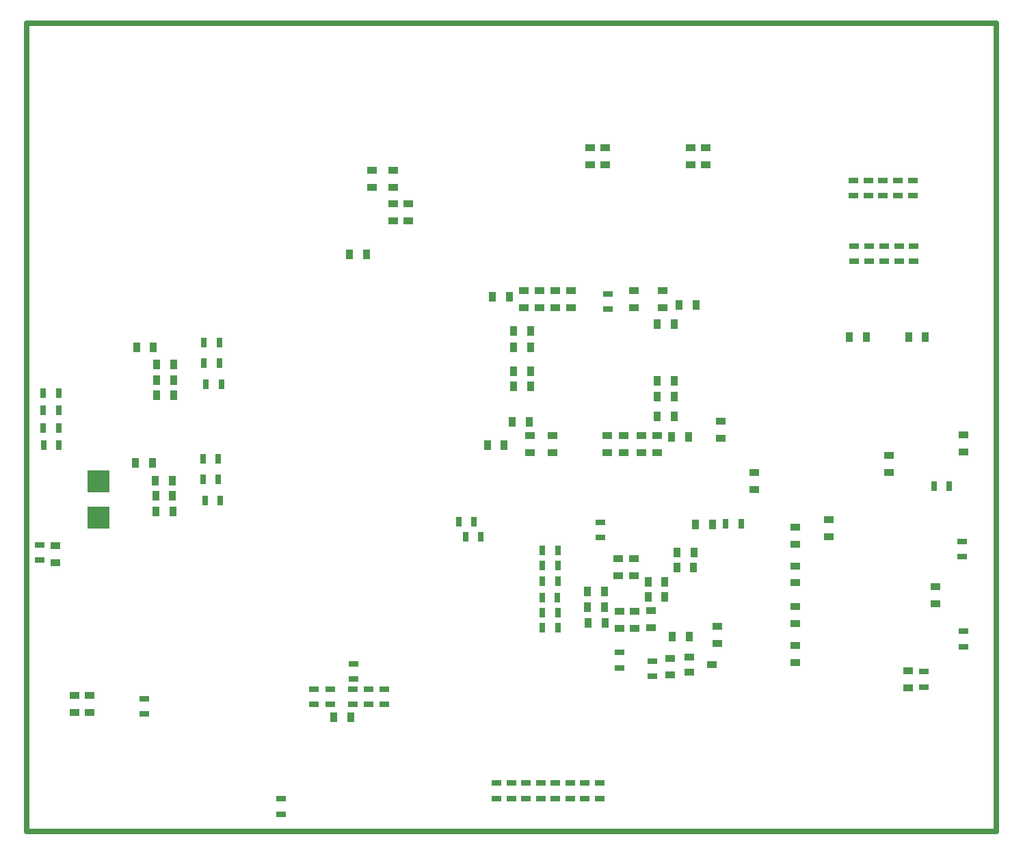
<source format=gbp>
G04*
G04 #@! TF.GenerationSoftware,Altium Limited,Altium Designer,18.1.7 (191)*
G04*
G04 Layer_Color=128*
%FSLAX24Y24*%
%MOIN*%
G70*
G01*
G75*
%ADD25C,0.0250*%
%ADD27R,0.1102X0.1102*%
%ADD29R,0.0354X0.0472*%
%ADD30R,0.0276X0.0512*%
%ADD35R,0.0512X0.0276*%
%ADD42R,0.0472X0.0354*%
%ADD160R,0.0492X0.0335*%
D25*
X-24Y-25D02*
X47219D01*
Y39367D01*
X-24D02*
X47219D01*
X-24D02*
X-24Y-25D01*
D27*
X3480Y17041D02*
D03*
Y15269D02*
D03*
D29*
X32585Y25628D02*
D03*
X31758D02*
D03*
X23494Y26028D02*
D03*
X22667D02*
D03*
X16535Y28106D02*
D03*
X15708D02*
D03*
X7131Y21962D02*
D03*
X6304D02*
D03*
X6298Y22715D02*
D03*
X7125D02*
D03*
X6252Y16313D02*
D03*
X7079D02*
D03*
X15763Y5513D02*
D03*
X14936D02*
D03*
X7073Y17066D02*
D03*
X6246D02*
D03*
X42949Y24047D02*
D03*
X43776D02*
D03*
X40889Y24047D02*
D03*
X40062D02*
D03*
X6094Y17923D02*
D03*
X5267D02*
D03*
X7127Y21209D02*
D03*
X6300D02*
D03*
X31522Y24693D02*
D03*
X30695D02*
D03*
X23695Y21658D02*
D03*
X24522D02*
D03*
X23695Y22398D02*
D03*
X24522D02*
D03*
X23695Y23568D02*
D03*
X24522D02*
D03*
X23695Y24350D02*
D03*
X24522D02*
D03*
X31074Y11390D02*
D03*
X30247D02*
D03*
X31074Y12140D02*
D03*
X30247D02*
D03*
X31647Y12810D02*
D03*
X32474D02*
D03*
X31657Y13570D02*
D03*
X32484D02*
D03*
X27309Y10881D02*
D03*
X28136D02*
D03*
X31420Y9466D02*
D03*
X32247D02*
D03*
X23642Y19915D02*
D03*
X24469D02*
D03*
X23242Y18808D02*
D03*
X22415D02*
D03*
X31522Y21148D02*
D03*
X30695D02*
D03*
X31522Y20183D02*
D03*
X30695D02*
D03*
Y21918D02*
D03*
X31522D02*
D03*
X31402Y19194D02*
D03*
X32229D02*
D03*
X32578Y14938D02*
D03*
X33405D02*
D03*
X5319Y23572D02*
D03*
X6146D02*
D03*
X7097Y15551D02*
D03*
X6270D02*
D03*
X27327Y10110D02*
D03*
X28154D02*
D03*
X28114Y11660D02*
D03*
X27287D02*
D03*
D30*
X22110Y14315D02*
D03*
X21362D02*
D03*
X8561Y17135D02*
D03*
X9309D02*
D03*
X21024Y15055D02*
D03*
X21772D02*
D03*
X9408Y16107D02*
D03*
X8660D02*
D03*
X8554Y18129D02*
D03*
X9302D02*
D03*
X1540Y18806D02*
D03*
X792D02*
D03*
X8712Y21756D02*
D03*
X9460D02*
D03*
X9353Y22791D02*
D03*
X8605D02*
D03*
X9354Y23778D02*
D03*
X8606D02*
D03*
X25861Y9890D02*
D03*
X25113D02*
D03*
X25111Y10620D02*
D03*
X25859D02*
D03*
X25093Y11360D02*
D03*
X25841D02*
D03*
X25112Y12175D02*
D03*
X25860D02*
D03*
X25102Y12923D02*
D03*
X25850D02*
D03*
X25102Y13673D02*
D03*
X25850D02*
D03*
X34041Y14953D02*
D03*
X34789D02*
D03*
X44194Y16778D02*
D03*
X44942D02*
D03*
X767Y19641D02*
D03*
X1515D02*
D03*
X772Y20486D02*
D03*
X1520D02*
D03*
X772Y21325D02*
D03*
X1520D02*
D03*
D35*
X606Y13939D02*
D03*
Y13191D02*
D03*
X40309Y27752D02*
D03*
Y28500D02*
D03*
X41711Y30944D02*
D03*
Y31692D02*
D03*
X13967Y6892D02*
D03*
Y6144D02*
D03*
X14759Y6892D02*
D03*
Y6144D02*
D03*
X15871D02*
D03*
Y6892D02*
D03*
X15893Y7385D02*
D03*
Y8133D02*
D03*
X17383Y6892D02*
D03*
Y6144D02*
D03*
X22869Y1569D02*
D03*
Y2317D02*
D03*
X24304Y1569D02*
D03*
Y2317D02*
D03*
X16627Y6144D02*
D03*
Y6892D02*
D03*
X5707Y6434D02*
D03*
Y5686D02*
D03*
X12354Y1555D02*
D03*
Y807D02*
D03*
X40985Y31692D02*
D03*
Y30944D02*
D03*
X40260Y31692D02*
D03*
Y30944D02*
D03*
X43211Y27752D02*
D03*
Y28500D02*
D03*
X42485Y27752D02*
D03*
Y28500D02*
D03*
X41760D02*
D03*
Y27752D02*
D03*
X41034Y28500D02*
D03*
Y27752D02*
D03*
X23587Y2317D02*
D03*
Y1569D02*
D03*
X27891Y2317D02*
D03*
Y1569D02*
D03*
X27174D02*
D03*
Y2317D02*
D03*
X26456Y1569D02*
D03*
Y2317D02*
D03*
X25739Y1569D02*
D03*
Y2317D02*
D03*
X25022Y1569D02*
D03*
Y2317D02*
D03*
X28306Y26172D02*
D03*
Y25424D02*
D03*
X43683Y7005D02*
D03*
Y7753D02*
D03*
X42437Y31692D02*
D03*
Y30944D02*
D03*
X43162Y31692D02*
D03*
Y30944D02*
D03*
X27937Y14291D02*
D03*
Y15039D02*
D03*
X28851Y7942D02*
D03*
Y8690D02*
D03*
X30476Y8275D02*
D03*
Y7527D02*
D03*
X45560Y13360D02*
D03*
Y14108D02*
D03*
X45620Y8970D02*
D03*
Y9718D02*
D03*
D42*
X2287Y5761D02*
D03*
Y6588D02*
D03*
X17828Y32188D02*
D03*
Y31361D02*
D03*
X32331Y32475D02*
D03*
Y33302D02*
D03*
X28175Y33299D02*
D03*
Y32472D02*
D03*
X27422D02*
D03*
Y33299D02*
D03*
X33809Y19946D02*
D03*
Y19119D02*
D03*
X29068Y18417D02*
D03*
Y19243D02*
D03*
X24948Y26327D02*
D03*
Y25500D02*
D03*
X24187Y26327D02*
D03*
Y25500D02*
D03*
X26488Y26327D02*
D03*
Y25500D02*
D03*
X3044Y6588D02*
D03*
Y5761D02*
D03*
X18562Y29738D02*
D03*
Y30565D02*
D03*
X17824Y29738D02*
D03*
Y30565D02*
D03*
X1368Y13060D02*
D03*
Y13887D02*
D03*
X29561Y13253D02*
D03*
Y12427D02*
D03*
X30411Y10733D02*
D03*
Y9907D02*
D03*
X28851Y9857D02*
D03*
Y10683D02*
D03*
X25588Y18417D02*
D03*
Y19243D02*
D03*
X37414Y14802D02*
D03*
Y13975D02*
D03*
Y10922D02*
D03*
Y10095D02*
D03*
Y9033D02*
D03*
Y8206D02*
D03*
X44280Y11887D02*
D03*
Y11060D02*
D03*
X42008Y18287D02*
D03*
Y17461D02*
D03*
X35441Y16629D02*
D03*
Y17456D02*
D03*
X45618Y18455D02*
D03*
Y19282D02*
D03*
X42923Y7782D02*
D03*
Y6956D02*
D03*
X16786Y32188D02*
D03*
Y31361D02*
D03*
X33080Y32472D02*
D03*
Y33299D02*
D03*
X28268Y19243D02*
D03*
Y18417D02*
D03*
X29548Y25500D02*
D03*
Y26327D02*
D03*
X29918Y19243D02*
D03*
Y18417D02*
D03*
X24501Y19243D02*
D03*
Y18417D02*
D03*
X25718Y25500D02*
D03*
Y26327D02*
D03*
X30707Y19243D02*
D03*
Y18417D02*
D03*
X30973Y25500D02*
D03*
Y26327D02*
D03*
X28781Y12427D02*
D03*
Y13253D02*
D03*
X33641Y9120D02*
D03*
Y9947D02*
D03*
X29611Y10683D02*
D03*
Y9857D02*
D03*
X31321Y7577D02*
D03*
Y8403D02*
D03*
X39070Y14330D02*
D03*
Y15157D02*
D03*
X37414Y12080D02*
D03*
Y12907D02*
D03*
D160*
X32270Y7713D02*
D03*
Y8461D02*
D03*
X33368Y8087D02*
D03*
M02*

</source>
